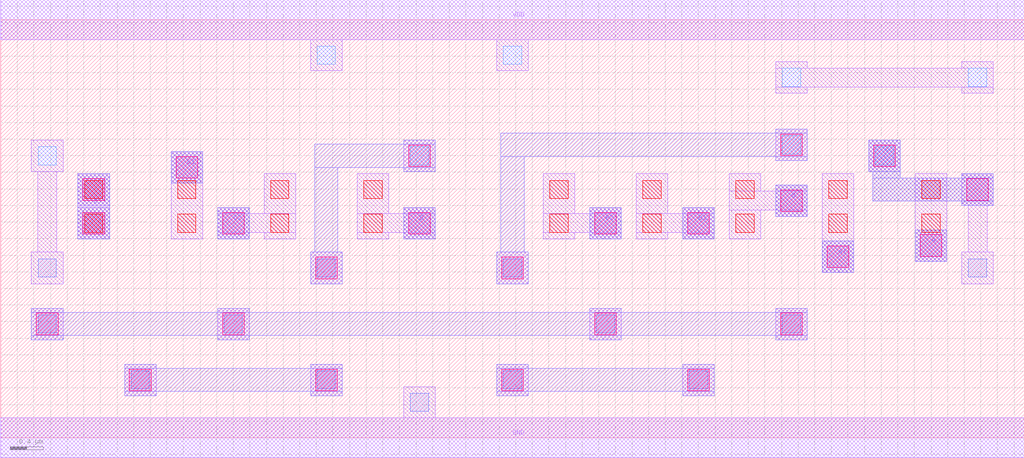
<source format=lef>
MACRO AOOAI2331
 CLASS CORE ;
 FOREIGN AOOAI2331 0 0 ;
 SIZE 12.32 BY 5.04 ;
 ORIGIN 0 0 ;
 SYMMETRY X Y R90 ;
 SITE unit ;
  PIN VDD
   DIRECTION INOUT ;
   USE POWER ;
   SHAPE ABUTMENT ;
    PORT
     CLASS CORE ;
       LAYER met1 ;
        RECT 0.00000000 4.80000000 12.32000000 5.28000000 ;
    END
  END VDD

  PIN GND
   DIRECTION INOUT ;
   USE POWER ;
   SHAPE ABUTMENT ;
    PORT
     CLASS CORE ;
       LAYER met1 ;
        RECT 0.00000000 -0.24000000 12.32000000 0.24000000 ;
    END
  END GND

  PIN Y
   DIRECTION INOUT ;
   USE SIGNAL ;
   SHAPE ABUTMENT ;
    PORT
     CLASS CORE ;
       LAYER met2 ;
        RECT 11.57000000 2.80200000 11.95000000 2.85200000 ;
        RECT 10.50000000 2.85200000 11.95000000 3.13200000 ;
        RECT 11.57000000 3.13200000 11.95000000 3.18200000 ;
        RECT 10.50000000 3.13200000 10.83000000 3.20700000 ;
        RECT 10.45000000 3.20700000 10.83000000 3.58700000 ;
    END
  END Y

  PIN A1
   DIRECTION INOUT ;
   USE SIGNAL ;
   SHAPE ABUTMENT ;
    PORT
     CLASS CORE ;
       LAYER met2 ;
        RECT 9.89000000 1.99200000 10.27000000 2.37200000 ;
    END
  END A1

  PIN C
   DIRECTION INOUT ;
   USE SIGNAL ;
   SHAPE ABUTMENT ;
    PORT
     CLASS CORE ;
       LAYER met2 ;
        RECT 0.93000000 2.39700000 1.31000000 3.18200000 ;
    END
  END C

  PIN B1
   DIRECTION INOUT ;
   USE SIGNAL ;
   SHAPE ABUTMENT ;
    PORT
     CLASS CORE ;
       LAYER met2 ;
        RECT 8.21000000 2.39700000 8.59000000 2.77700000 ;
    END
  END B1

  PIN C1
   DIRECTION INOUT ;
   USE SIGNAL ;
   SHAPE ABUTMENT ;
    PORT
     CLASS CORE ;
       LAYER met2 ;
        RECT 2.05000000 3.07200000 2.43000000 3.45200000 ;
    END
  END C1

  PIN D
   DIRECTION INOUT ;
   USE SIGNAL ;
   SHAPE ABUTMENT ;
    PORT
     CLASS CORE ;
       LAYER met2 ;
        RECT 4.85000000 2.39700000 5.23000000 2.77700000 ;
    END
  END D

  PIN B2
   DIRECTION INOUT ;
   USE SIGNAL ;
   SHAPE ABUTMENT ;
    PORT
     CLASS CORE ;
       LAYER met2 ;
        RECT 7.09000000 2.39700000 7.47000000 2.77700000 ;
    END
  END B2

  PIN B
   DIRECTION INOUT ;
   USE SIGNAL ;
   SHAPE ABUTMENT ;
    PORT
     CLASS CORE ;
       LAYER met2 ;
        RECT 9.33000000 2.66700000 9.71000000 3.04700000 ;
    END
  END B

  PIN C2
   DIRECTION INOUT ;
   USE SIGNAL ;
   SHAPE ABUTMENT ;
    PORT
     CLASS CORE ;
       LAYER met2 ;
        RECT 2.61000000 2.39700000 2.99000000 2.77700000 ;
    END
  END C2

  PIN A
   DIRECTION INOUT ;
   USE SIGNAL ;
   SHAPE ABUTMENT ;
    PORT
     CLASS CORE ;
       LAYER met2 ;
        RECT 11.01000000 2.12700000 11.39000000 2.50700000 ;
    END
  END A

 OBS
    LAYER polycont ;
     RECT 1.01000000 2.47700000 1.23000000 2.69700000 ;
     RECT 2.13000000 2.47700000 2.35000000 2.69700000 ;
     RECT 3.25000000 2.47700000 3.47000000 2.69700000 ;
     RECT 4.37000000 2.47700000 4.59000000 2.69700000 ;
     RECT 6.61000000 2.47700000 6.83000000 2.69700000 ;
     RECT 7.73000000 2.47700000 7.95000000 2.69700000 ;
     RECT 8.85000000 2.47700000 9.07000000 2.69700000 ;
     RECT 9.97000000 2.47700000 10.19000000 2.69700000 ;
     RECT 11.09000000 2.47700000 11.31000000 2.69700000 ;
     RECT 1.01000000 2.88200000 1.23000000 3.10200000 ;
     RECT 2.13000000 2.88200000 2.35000000 3.10200000 ;
     RECT 3.25000000 2.88200000 3.47000000 3.10200000 ;
     RECT 4.37000000 2.88200000 4.59000000 3.10200000 ;
     RECT 6.61000000 2.88200000 6.83000000 3.10200000 ;
     RECT 7.73000000 2.88200000 7.95000000 3.10200000 ;
     RECT 8.85000000 2.88200000 9.07000000 3.10200000 ;
     RECT 9.97000000 2.88200000 10.19000000 3.10200000 ;
     RECT 11.09000000 2.88200000 11.31000000 3.10200000 ;

    LAYER pdiffc ;
     RECT 0.45000000 3.28700000 0.67000000 3.50700000 ;
     RECT 4.93000000 3.28700000 5.15000000 3.50700000 ;
     RECT 10.53000000 3.28700000 10.75000000 3.50700000 ;
     RECT 9.41000000 3.42200000 9.63000000 3.64200000 ;
     RECT 9.41000000 4.23200000 9.63000000 4.45200000 ;
     RECT 11.65000000 4.23200000 11.87000000 4.45200000 ;
     RECT 3.81000000 4.50200000 4.03000000 4.72200000 ;
     RECT 6.05000000 4.50200000 6.27000000 4.72200000 ;

    LAYER ndiffc ;
     RECT 4.93000000 0.31700000 5.15000000 0.53700000 ;
     RECT 1.57000000 0.58700000 1.79000000 0.80700000 ;
     RECT 3.81000000 0.58700000 4.03000000 0.80700000 ;
     RECT 6.05000000 0.58700000 6.27000000 0.80700000 ;
     RECT 8.29000000 0.58700000 8.51000000 0.80700000 ;
     RECT 0.45000000 1.26200000 0.67000000 1.48200000 ;
     RECT 2.69000000 1.26200000 2.91000000 1.48200000 ;
     RECT 7.17000000 1.26200000 7.39000000 1.48200000 ;
     RECT 9.41000000 1.26200000 9.63000000 1.48200000 ;
     RECT 0.45000000 1.93700000 0.67000000 2.15700000 ;
     RECT 3.81000000 1.93700000 4.03000000 2.15700000 ;
     RECT 6.05000000 1.93700000 6.27000000 2.15700000 ;
     RECT 11.65000000 1.93700000 11.87000000 2.15700000 ;

    LAYER met1 ;
     RECT 0.00000000 -0.24000000 12.32000000 0.24000000 ;
     RECT 4.85000000 0.24000000 5.23000000 0.61700000 ;
     RECT 1.49000000 0.50700000 1.87000000 0.88700000 ;
     RECT 3.73000000 0.50700000 4.11000000 0.88700000 ;
     RECT 5.97000000 0.50700000 6.35000000 0.88700000 ;
     RECT 8.21000000 0.50700000 8.59000000 0.88700000 ;
     RECT 0.37000000 1.18200000 0.75000000 1.56200000 ;
     RECT 2.61000000 1.18200000 2.99000000 1.56200000 ;
     RECT 7.09000000 1.18200000 7.47000000 1.56200000 ;
     RECT 9.33000000 1.18200000 9.71000000 1.56200000 ;
     RECT 3.73000000 1.85700000 4.11000000 2.23700000 ;
     RECT 5.97000000 1.85700000 6.35000000 2.23700000 ;
     RECT 0.93000000 2.39700000 1.31000000 2.77700000 ;
     RECT 0.93000000 2.80200000 1.31000000 3.18200000 ;
     RECT 2.61000000 2.39700000 2.99000000 2.47200000 ;
     RECT 3.17000000 2.39700000 3.55000000 2.47200000 ;
     RECT 2.61000000 2.47200000 3.55000000 2.70200000 ;
     RECT 2.61000000 2.70200000 2.99000000 2.77700000 ;
     RECT 3.17000000 2.70200000 3.55000000 3.18200000 ;
     RECT 4.29000000 2.39700000 4.67000000 2.47200000 ;
     RECT 4.85000000 2.39700000 5.23000000 2.47200000 ;
     RECT 4.29000000 2.47200000 5.23000000 2.70200000 ;
     RECT 4.85000000 2.70200000 5.23000000 2.77700000 ;
     RECT 4.29000000 2.70200000 4.67000000 3.18200000 ;
     RECT 6.53000000 2.39700000 6.91000000 2.47200000 ;
     RECT 7.09000000 2.39700000 7.47000000 2.47200000 ;
     RECT 6.53000000 2.47200000 7.47000000 2.70200000 ;
     RECT 7.09000000 2.70200000 7.47000000 2.77700000 ;
     RECT 6.53000000 2.70200000 6.91000000 3.18200000 ;
     RECT 7.65000000 2.39700000 8.03000000 2.47200000 ;
     RECT 8.21000000 2.39700000 8.59000000 2.47200000 ;
     RECT 7.65000000 2.47200000 8.59000000 2.70200000 ;
     RECT 8.21000000 2.70200000 8.59000000 2.77700000 ;
     RECT 7.65000000 2.70200000 8.03000000 3.18200000 ;
     RECT 8.77000000 2.39700000 9.15000000 2.74200000 ;
     RECT 9.33000000 2.66700000 9.71000000 2.74200000 ;
     RECT 8.77000000 2.74200000 9.71000000 2.97200000 ;
     RECT 9.33000000 2.97200000 9.71000000 3.04700000 ;
     RECT 8.77000000 2.97200000 9.15000000 3.18200000 ;
     RECT 9.89000000 1.99200000 10.27000000 3.18200000 ;
     RECT 11.01000000 2.12700000 11.39000000 3.18200000 ;
     RECT 11.57000000 1.85700000 11.95000000 2.23700000 ;
     RECT 11.64500000 2.23700000 11.87500000 2.80200000 ;
     RECT 11.57000000 2.80200000 11.95000000 3.18200000 ;
     RECT 2.05000000 2.39700000 2.43000000 3.45200000 ;
     RECT 0.37000000 1.85700000 0.75000000 2.23700000 ;
     RECT 0.44500000 2.23700000 0.67500000 3.20700000 ;
     RECT 0.37000000 3.20700000 0.75000000 3.58700000 ;
     RECT 4.85000000 3.20700000 5.23000000 3.58700000 ;
     RECT 10.45000000 3.20700000 10.83000000 3.58700000 ;
     RECT 9.33000000 3.34200000 9.71000000 3.72200000 ;
     RECT 9.33000000 4.15200000 9.71000000 4.22700000 ;
     RECT 11.57000000 4.15200000 11.95000000 4.22700000 ;
     RECT 9.33000000 4.22700000 11.95000000 4.45700000 ;
     RECT 9.33000000 4.45700000 9.71000000 4.53200000 ;
     RECT 11.57000000 4.45700000 11.95000000 4.53200000 ;
     RECT 3.73000000 4.42200000 4.11000000 4.80000000 ;
     RECT 5.97000000 4.42200000 6.35000000 4.80000000 ;
     RECT 0.00000000 4.80000000 12.32000000 5.28000000 ;

    LAYER via1 ;
     RECT 1.55000000 0.56700000 1.81000000 0.82700000 ;
     RECT 3.79000000 0.56700000 4.05000000 0.82700000 ;
     RECT 6.03000000 0.56700000 6.29000000 0.82700000 ;
     RECT 8.27000000 0.56700000 8.53000000 0.82700000 ;
     RECT 0.43000000 1.24200000 0.69000000 1.50200000 ;
     RECT 2.67000000 1.24200000 2.93000000 1.50200000 ;
     RECT 7.15000000 1.24200000 7.41000000 1.50200000 ;
     RECT 9.39000000 1.24200000 9.65000000 1.50200000 ;
     RECT 3.79000000 1.91700000 4.05000000 2.17700000 ;
     RECT 6.03000000 1.91700000 6.29000000 2.17700000 ;
     RECT 9.95000000 2.05200000 10.21000000 2.31200000 ;
     RECT 11.07000000 2.18700000 11.33000000 2.44700000 ;
     RECT 0.99000000 2.45700000 1.25000000 2.71700000 ;
     RECT 2.67000000 2.45700000 2.93000000 2.71700000 ;
     RECT 4.91000000 2.45700000 5.17000000 2.71700000 ;
     RECT 7.15000000 2.45700000 7.41000000 2.71700000 ;
     RECT 8.27000000 2.45700000 8.53000000 2.71700000 ;
     RECT 9.39000000 2.72700000 9.65000000 2.98700000 ;
     RECT 0.99000000 2.86200000 1.25000000 3.12200000 ;
     RECT 11.63000000 2.86200000 11.89000000 3.12200000 ;
     RECT 2.11000000 3.13200000 2.37000000 3.39200000 ;
     RECT 4.91000000 3.26700000 5.17000000 3.52700000 ;
     RECT 10.51000000 3.26700000 10.77000000 3.52700000 ;
     RECT 9.39000000 3.40200000 9.65000000 3.66200000 ;

    LAYER met2 ;
     RECT 1.49000000 0.50700000 1.87000000 0.55700000 ;
     RECT 3.73000000 0.50700000 4.11000000 0.55700000 ;
     RECT 1.49000000 0.55700000 4.11000000 0.83700000 ;
     RECT 1.49000000 0.83700000 1.87000000 0.88700000 ;
     RECT 3.73000000 0.83700000 4.11000000 0.88700000 ;
     RECT 5.97000000 0.50700000 6.35000000 0.55700000 ;
     RECT 8.21000000 0.50700000 8.59000000 0.55700000 ;
     RECT 5.97000000 0.55700000 8.59000000 0.83700000 ;
     RECT 5.97000000 0.83700000 6.35000000 0.88700000 ;
     RECT 8.21000000 0.83700000 8.59000000 0.88700000 ;
     RECT 0.37000000 1.18200000 0.75000000 1.23200000 ;
     RECT 2.61000000 1.18200000 2.99000000 1.23200000 ;
     RECT 7.09000000 1.18200000 7.47000000 1.23200000 ;
     RECT 9.33000000 1.18200000 9.71000000 1.23200000 ;
     RECT 0.37000000 1.23200000 9.71000000 1.51200000 ;
     RECT 0.37000000 1.51200000 0.75000000 1.56200000 ;
     RECT 2.61000000 1.51200000 2.99000000 1.56200000 ;
     RECT 7.09000000 1.51200000 7.47000000 1.56200000 ;
     RECT 9.33000000 1.51200000 9.71000000 1.56200000 ;
     RECT 9.89000000 1.99200000 10.27000000 2.37200000 ;
     RECT 11.01000000 2.12700000 11.39000000 2.50700000 ;
     RECT 2.61000000 2.39700000 2.99000000 2.77700000 ;
     RECT 4.85000000 2.39700000 5.23000000 2.77700000 ;
     RECT 7.09000000 2.39700000 7.47000000 2.77700000 ;
     RECT 8.21000000 2.39700000 8.59000000 2.77700000 ;
     RECT 9.33000000 2.66700000 9.71000000 3.04700000 ;
     RECT 0.93000000 2.39700000 1.31000000 3.18200000 ;
     RECT 2.05000000 3.07200000 2.43000000 3.45200000 ;
     RECT 3.73000000 1.85700000 4.11000000 2.23700000 ;
     RECT 3.78000000 2.23700000 4.06000000 3.25700000 ;
     RECT 4.85000000 3.20700000 5.23000000 3.25700000 ;
     RECT 3.78000000 3.25700000 5.23000000 3.53700000 ;
     RECT 4.85000000 3.53700000 5.23000000 3.58700000 ;
     RECT 11.57000000 2.80200000 11.95000000 2.85200000 ;
     RECT 10.50000000 2.85200000 11.95000000 3.13200000 ;
     RECT 11.57000000 3.13200000 11.95000000 3.18200000 ;
     RECT 10.50000000 3.13200000 10.83000000 3.20700000 ;
     RECT 10.45000000 3.20700000 10.83000000 3.58700000 ;
     RECT 5.97000000 1.85700000 6.35000000 2.23700000 ;
     RECT 6.02000000 2.23700000 6.30000000 3.39200000 ;
     RECT 9.33000000 3.34200000 9.71000000 3.39200000 ;
     RECT 6.02000000 3.39200000 9.71000000 3.67200000 ;
     RECT 9.33000000 3.67200000 9.71000000 3.72200000 ;

 END
END AOOAI2331

</source>
